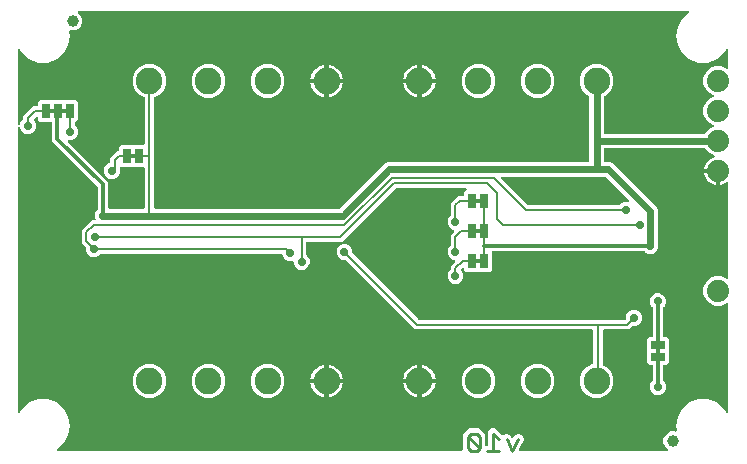
<source format=gbl>
G04 EAGLE Gerber RS-274X export*
G75*
%MOMM*%
%FSLAX34Y34*%
%LPD*%
%INBottom Copper*%
%IPPOS*%
%AMOC8*
5,1,8,0,0,1.08239X$1,22.5*%
G01*
%ADD10C,0.279400*%
%ADD11R,0.660400X1.270000*%
%ADD12C,1.000000*%
%ADD13C,2.250000*%
%ADD14R,1.270000X0.660400*%
%ADD15C,1.879600*%
%ADD16C,0.736600*%
%ADD17C,0.304800*%
%ADD18C,0.203200*%
%ADD19C,0.609600*%

G36*
X379718Y4073D02*
X379718Y4073D01*
X379776Y4071D01*
X379858Y4093D01*
X379941Y4105D01*
X379995Y4128D01*
X380051Y4143D01*
X380124Y4186D01*
X380201Y4221D01*
X380245Y4259D01*
X380296Y4288D01*
X380353Y4350D01*
X380418Y4404D01*
X380450Y4453D01*
X380490Y4496D01*
X380528Y4571D01*
X380575Y4641D01*
X380593Y4697D01*
X380619Y4749D01*
X380631Y4817D01*
X380661Y4912D01*
X380664Y5012D01*
X380675Y5080D01*
X380675Y18278D01*
X382848Y20450D01*
X382848Y20451D01*
X382878Y20480D01*
X384149Y21752D01*
X385779Y23382D01*
X394462Y23382D01*
X396036Y21807D01*
X397363Y20480D01*
X399566Y18278D01*
X399566Y9398D01*
X399574Y9340D01*
X399572Y9282D01*
X399594Y9200D01*
X399605Y9116D01*
X399629Y9063D01*
X399644Y9007D01*
X399687Y8934D01*
X399722Y8857D01*
X399759Y8812D01*
X399789Y8762D01*
X399851Y8704D01*
X399905Y8640D01*
X399954Y8608D01*
X399997Y8568D01*
X400072Y8529D01*
X400142Y8482D01*
X400198Y8465D01*
X400250Y8438D01*
X400318Y8427D01*
X400413Y8397D01*
X400513Y8394D01*
X400581Y8383D01*
X401031Y8383D01*
X401089Y8391D01*
X401147Y8389D01*
X401229Y8411D01*
X401312Y8423D01*
X401366Y8446D01*
X401422Y8461D01*
X401495Y8504D01*
X401572Y8539D01*
X401616Y8577D01*
X401667Y8606D01*
X401724Y8668D01*
X401789Y8722D01*
X401821Y8771D01*
X401861Y8814D01*
X401900Y8889D01*
X401946Y8959D01*
X401964Y9015D01*
X401991Y9067D01*
X402002Y9135D01*
X402032Y9230D01*
X402035Y9330D01*
X402046Y9398D01*
X402046Y20777D01*
X404650Y23382D01*
X408333Y23382D01*
X413976Y17739D01*
X414006Y17716D01*
X414031Y17688D01*
X414119Y17631D01*
X414203Y17568D01*
X414238Y17555D01*
X414270Y17534D01*
X414371Y17504D01*
X414469Y17467D01*
X414506Y17464D01*
X414543Y17453D01*
X414648Y17452D01*
X414752Y17443D01*
X414789Y17451D01*
X414827Y17450D01*
X414902Y17473D01*
X415031Y17499D01*
X415095Y17533D01*
X415148Y17549D01*
X417523Y18736D01*
X421017Y17571D01*
X421955Y15694D01*
X422012Y15612D01*
X422061Y15526D01*
X422092Y15496D01*
X422117Y15460D01*
X422194Y15397D01*
X422266Y15328D01*
X422303Y15307D01*
X422337Y15280D01*
X422429Y15241D01*
X422516Y15194D01*
X422559Y15185D01*
X422598Y15168D01*
X422697Y15156D01*
X422795Y15135D01*
X422837Y15138D01*
X422880Y15133D01*
X422979Y15149D01*
X423078Y15156D01*
X423119Y15171D01*
X423161Y15177D01*
X423251Y15220D01*
X423345Y15254D01*
X423379Y15280D01*
X423419Y15298D01*
X423493Y15364D01*
X423574Y15423D01*
X423596Y15454D01*
X423632Y15485D01*
X423730Y15637D01*
X423771Y15694D01*
X424710Y17571D01*
X428204Y18736D01*
X431498Y17089D01*
X432663Y13595D01*
X428632Y5534D01*
X428630Y5526D01*
X428625Y5519D01*
X428584Y5391D01*
X428542Y5264D01*
X428542Y5256D01*
X428539Y5248D01*
X428536Y5113D01*
X428530Y4980D01*
X428532Y4972D01*
X428532Y4964D01*
X428566Y4834D01*
X428597Y4704D01*
X428602Y4697D01*
X428604Y4689D01*
X428672Y4574D01*
X428738Y4457D01*
X428745Y4451D01*
X428749Y4444D01*
X428847Y4352D01*
X428943Y4259D01*
X428950Y4256D01*
X428956Y4250D01*
X429076Y4189D01*
X429193Y4126D01*
X429202Y4124D01*
X429209Y4120D01*
X429261Y4112D01*
X429472Y4067D01*
X429510Y4070D01*
X429540Y4065D01*
X553602Y4065D01*
X553631Y4069D01*
X553660Y4066D01*
X553771Y4089D01*
X553883Y4105D01*
X553910Y4117D01*
X553939Y4122D01*
X554039Y4175D01*
X554143Y4221D01*
X554165Y4240D01*
X554191Y4253D01*
X554273Y4331D01*
X554360Y4404D01*
X554376Y4429D01*
X554397Y4449D01*
X554454Y4547D01*
X554517Y4641D01*
X554526Y4669D01*
X554541Y4694D01*
X554569Y4804D01*
X554603Y4912D01*
X554604Y4942D01*
X554611Y4970D01*
X554607Y5083D01*
X554610Y5196D01*
X554603Y5225D01*
X554602Y5254D01*
X554567Y5362D01*
X554538Y5471D01*
X554523Y5497D01*
X554514Y5525D01*
X554469Y5588D01*
X554393Y5716D01*
X554348Y5759D01*
X554320Y5798D01*
X551977Y8141D01*
X550751Y11099D01*
X550751Y14301D01*
X551977Y17259D01*
X554241Y19523D01*
X557199Y20749D01*
X560401Y20749D01*
X560486Y20713D01*
X560545Y20698D01*
X560601Y20674D01*
X560682Y20663D01*
X560761Y20643D01*
X560822Y20644D01*
X560883Y20636D01*
X560964Y20648D01*
X561046Y20651D01*
X561104Y20669D01*
X561164Y20678D01*
X561239Y20712D01*
X561316Y20737D01*
X561367Y20771D01*
X561423Y20797D01*
X561485Y20850D01*
X561552Y20896D01*
X561592Y20942D01*
X561638Y20982D01*
X561683Y21051D01*
X561735Y21113D01*
X561760Y21169D01*
X561794Y21220D01*
X561818Y21298D01*
X561851Y21373D01*
X561859Y21434D01*
X561877Y21492D01*
X561877Y21559D01*
X561890Y21655D01*
X561875Y21757D01*
X561874Y21828D01*
X561245Y25400D01*
X562629Y33251D01*
X566615Y40155D01*
X572722Y45280D01*
X580214Y48007D01*
X588186Y48007D01*
X595678Y45280D01*
X601785Y40156D01*
X603641Y36941D01*
X603653Y36926D01*
X603661Y36908D01*
X603740Y36814D01*
X603816Y36717D01*
X603832Y36706D01*
X603845Y36691D01*
X603947Y36622D01*
X604046Y36551D01*
X604065Y36544D01*
X604081Y36533D01*
X604199Y36496D01*
X604314Y36454D01*
X604334Y36453D01*
X604352Y36447D01*
X604475Y36444D01*
X604598Y36436D01*
X604617Y36441D01*
X604636Y36440D01*
X604755Y36471D01*
X604875Y36498D01*
X604893Y36507D01*
X604911Y36512D01*
X605017Y36574D01*
X605125Y36633D01*
X605139Y36647D01*
X605156Y36657D01*
X605240Y36747D01*
X605327Y36833D01*
X605337Y36850D01*
X605350Y36864D01*
X605406Y36974D01*
X605466Y37081D01*
X605471Y37100D01*
X605480Y37118D01*
X605492Y37190D01*
X605531Y37358D01*
X605529Y37409D01*
X605535Y37449D01*
X605535Y128285D01*
X605519Y128399D01*
X605509Y128513D01*
X605499Y128539D01*
X605495Y128567D01*
X605448Y128672D01*
X605407Y128779D01*
X605391Y128801D01*
X605379Y128826D01*
X605305Y128914D01*
X605236Y129005D01*
X605213Y129022D01*
X605196Y129043D01*
X605100Y129107D01*
X605008Y129176D01*
X604982Y129185D01*
X604959Y129201D01*
X604849Y129235D01*
X604742Y129276D01*
X604714Y129278D01*
X604688Y129286D01*
X604573Y129289D01*
X604459Y129299D01*
X604434Y129293D01*
X604404Y129294D01*
X604147Y129227D01*
X604131Y129223D01*
X599376Y127253D01*
X594424Y127253D01*
X589849Y129148D01*
X586348Y132649D01*
X584453Y137224D01*
X584453Y142176D01*
X586348Y146751D01*
X589849Y150252D01*
X594424Y152147D01*
X599376Y152147D01*
X604131Y150177D01*
X604243Y150148D01*
X604352Y150114D01*
X604380Y150113D01*
X604407Y150106D01*
X604521Y150109D01*
X604636Y150106D01*
X604663Y150113D01*
X604691Y150114D01*
X604800Y150149D01*
X604911Y150178D01*
X604935Y150192D01*
X604962Y150201D01*
X605057Y150265D01*
X605156Y150323D01*
X605175Y150344D01*
X605198Y150359D01*
X605272Y150447D01*
X605350Y150531D01*
X605363Y150555D01*
X605381Y150577D01*
X605427Y150681D01*
X605480Y150784D01*
X605484Y150808D01*
X605496Y150836D01*
X605533Y151100D01*
X605535Y151115D01*
X605535Y230824D01*
X605522Y230915D01*
X605519Y231007D01*
X605503Y231056D01*
X605495Y231106D01*
X605458Y231190D01*
X605429Y231277D01*
X605400Y231319D01*
X605379Y231365D01*
X605320Y231435D01*
X605268Y231511D01*
X605228Y231543D01*
X605196Y231582D01*
X605119Y231633D01*
X605048Y231692D01*
X605001Y231712D01*
X604959Y231740D01*
X604871Y231768D01*
X604787Y231804D01*
X604736Y231810D01*
X604688Y231826D01*
X604596Y231828D01*
X604505Y231839D01*
X604454Y231832D01*
X604404Y231833D01*
X604315Y231810D01*
X604224Y231795D01*
X604184Y231775D01*
X604129Y231761D01*
X603992Y231680D01*
X603923Y231646D01*
X603157Y231089D01*
X601483Y230236D01*
X599696Y229655D01*
X598931Y229534D01*
X598931Y240284D01*
X598923Y240342D01*
X598925Y240400D01*
X598903Y240482D01*
X598891Y240565D01*
X598867Y240619D01*
X598853Y240675D01*
X598810Y240748D01*
X598775Y240825D01*
X598737Y240869D01*
X598707Y240920D01*
X598646Y240977D01*
X598591Y241042D01*
X598543Y241074D01*
X598500Y241114D01*
X598425Y241153D01*
X598355Y241199D01*
X598299Y241217D01*
X598247Y241244D01*
X598179Y241255D01*
X598084Y241285D01*
X597984Y241288D01*
X597916Y241299D01*
X596899Y241299D01*
X596899Y242316D01*
X596891Y242374D01*
X596892Y242432D01*
X596871Y242514D01*
X596859Y242597D01*
X596835Y242651D01*
X596821Y242707D01*
X596778Y242780D01*
X596743Y242857D01*
X596705Y242902D01*
X596675Y242952D01*
X596614Y243010D01*
X596559Y243074D01*
X596511Y243106D01*
X596468Y243146D01*
X596393Y243185D01*
X596323Y243231D01*
X596267Y243249D01*
X596215Y243276D01*
X596147Y243287D01*
X596052Y243317D01*
X595952Y243320D01*
X595884Y243331D01*
X585134Y243331D01*
X585255Y244096D01*
X585836Y245883D01*
X586689Y247557D01*
X587794Y249078D01*
X589122Y250406D01*
X590643Y251511D01*
X592317Y252364D01*
X593437Y252728D01*
X593499Y252758D01*
X593565Y252779D01*
X593626Y252820D01*
X593692Y252853D01*
X593743Y252899D01*
X593801Y252938D01*
X593848Y252994D01*
X593903Y253043D01*
X593939Y253102D01*
X593984Y253155D01*
X594014Y253222D01*
X594053Y253285D01*
X594071Y253352D01*
X594099Y253415D01*
X594109Y253488D01*
X594129Y253559D01*
X594129Y253628D01*
X594138Y253697D01*
X594128Y253769D01*
X594127Y253843D01*
X594107Y253910D01*
X594098Y253978D01*
X594067Y254045D01*
X594046Y254116D01*
X594009Y254174D01*
X593980Y254237D01*
X593933Y254293D01*
X593893Y254355D01*
X593841Y254401D01*
X593796Y254453D01*
X593743Y254486D01*
X593679Y254543D01*
X593575Y254592D01*
X593511Y254631D01*
X589849Y256148D01*
X586348Y259649D01*
X586213Y259977D01*
X586212Y259978D01*
X586211Y259979D01*
X586141Y260098D01*
X586068Y260221D01*
X586067Y260222D01*
X586066Y260224D01*
X585962Y260321D01*
X585861Y260417D01*
X585860Y260417D01*
X585859Y260418D01*
X585733Y260483D01*
X585609Y260547D01*
X585607Y260547D01*
X585606Y260548D01*
X585591Y260550D01*
X585330Y260602D01*
X585299Y260599D01*
X585275Y260603D01*
X501212Y260603D01*
X501154Y260595D01*
X501096Y260597D01*
X501014Y260575D01*
X500930Y260563D01*
X500877Y260540D01*
X500821Y260525D01*
X500748Y260482D01*
X500671Y260447D01*
X500626Y260409D01*
X500576Y260380D01*
X500518Y260318D01*
X500454Y260264D01*
X500422Y260215D01*
X500382Y260172D01*
X500343Y260097D01*
X500296Y260027D01*
X500279Y259971D01*
X500252Y259919D01*
X500241Y259851D01*
X500211Y259756D01*
X500208Y259656D01*
X500197Y259588D01*
X500197Y249682D01*
X500205Y249624D01*
X500203Y249566D01*
X500225Y249484D01*
X500237Y249400D01*
X500260Y249347D01*
X500275Y249291D01*
X500318Y249218D01*
X500353Y249141D01*
X500391Y249096D01*
X500420Y249046D01*
X500482Y248988D01*
X500536Y248924D01*
X500585Y248892D01*
X500628Y248852D01*
X500703Y248813D01*
X500773Y248766D01*
X500829Y248749D01*
X500881Y248722D01*
X500949Y248711D01*
X501044Y248681D01*
X501144Y248678D01*
X501212Y248667D01*
X505403Y248667D01*
X507644Y247739D01*
X544919Y210464D01*
X545847Y208223D01*
X545847Y180874D01*
X545851Y180843D01*
X545849Y180813D01*
X545866Y180736D01*
X545887Y180592D01*
X545913Y180534D01*
X545924Y180485D01*
X546482Y179139D01*
X546482Y176461D01*
X545457Y173987D01*
X543563Y172093D01*
X541089Y171068D01*
X538411Y171068D01*
X535937Y172093D01*
X535100Y172930D01*
X535030Y172982D01*
X534966Y173042D01*
X534917Y173068D01*
X534873Y173101D01*
X534791Y173132D01*
X534713Y173172D01*
X534666Y173180D01*
X534607Y173202D01*
X534459Y173214D01*
X534382Y173227D01*
X406273Y173227D01*
X406215Y173219D01*
X406157Y173221D01*
X406075Y173199D01*
X405991Y173187D01*
X405938Y173164D01*
X405882Y173149D01*
X405809Y173106D01*
X405732Y173071D01*
X405687Y173033D01*
X405637Y173004D01*
X405579Y172942D01*
X405515Y172888D01*
X405483Y172839D01*
X405443Y172796D01*
X405404Y172721D01*
X405357Y172651D01*
X405340Y172595D01*
X405313Y172543D01*
X405302Y172475D01*
X405272Y172380D01*
X405269Y172280D01*
X405258Y172212D01*
X405258Y157487D01*
X403472Y155701D01*
X394333Y155701D01*
X394331Y155703D01*
X394258Y155746D01*
X394191Y155796D01*
X394136Y155817D01*
X394086Y155847D01*
X394004Y155868D01*
X393925Y155898D01*
X393867Y155903D01*
X393810Y155917D01*
X393726Y155914D01*
X393642Y155921D01*
X393584Y155910D01*
X393526Y155908D01*
X393446Y155882D01*
X393363Y155865D01*
X393311Y155838D01*
X393255Y155820D01*
X393199Y155780D01*
X393111Y155734D01*
X393076Y155701D01*
X383928Y155701D01*
X382142Y157487D01*
X382142Y158043D01*
X382138Y158072D01*
X382141Y158101D01*
X382118Y158212D01*
X382102Y158324D01*
X382090Y158351D01*
X382085Y158380D01*
X382033Y158480D01*
X381986Y158584D01*
X381967Y158606D01*
X381954Y158632D01*
X381876Y158714D01*
X381803Y158801D01*
X381778Y158817D01*
X381758Y158838D01*
X381660Y158896D01*
X381566Y158958D01*
X381538Y158967D01*
X381513Y158982D01*
X381403Y159010D01*
X381295Y159044D01*
X381265Y159045D01*
X381237Y159052D01*
X381124Y159049D01*
X381011Y159051D01*
X380982Y159044D01*
X380953Y159043D01*
X380845Y159008D01*
X380736Y158980D01*
X380710Y158965D01*
X380682Y158956D01*
X380619Y158910D01*
X380491Y158834D01*
X380448Y158789D01*
X380409Y158761D01*
X379827Y158179D01*
X379792Y158132D01*
X379750Y158092D01*
X379707Y158019D01*
X379656Y157952D01*
X379635Y157897D01*
X379606Y157846D01*
X379585Y157765D01*
X379555Y157686D01*
X379550Y157628D01*
X379536Y157571D01*
X379538Y157487D01*
X379531Y157403D01*
X379543Y157345D01*
X379545Y157287D01*
X379571Y157207D01*
X379587Y157124D01*
X379614Y157072D01*
X379632Y157016D01*
X379672Y156960D01*
X379718Y156872D01*
X379787Y156799D01*
X379827Y156743D01*
X380357Y156213D01*
X381382Y153739D01*
X381382Y151061D01*
X380357Y148587D01*
X378463Y146693D01*
X375989Y145668D01*
X373311Y145668D01*
X370837Y146693D01*
X368943Y148587D01*
X367918Y151061D01*
X367918Y153739D01*
X368943Y156213D01*
X370288Y157558D01*
X370340Y157628D01*
X370400Y157692D01*
X370426Y157741D01*
X370459Y157785D01*
X370490Y157867D01*
X370530Y157945D01*
X370538Y157992D01*
X370560Y158051D01*
X370572Y158199D01*
X370585Y158276D01*
X370585Y160434D01*
X374407Y164255D01*
X374424Y164279D01*
X374447Y164298D01*
X374510Y164392D01*
X374578Y164482D01*
X374588Y164510D01*
X374604Y164534D01*
X374639Y164642D01*
X374679Y164748D01*
X374681Y164777D01*
X374690Y164805D01*
X374693Y164919D01*
X374702Y165031D01*
X374697Y165060D01*
X374697Y165089D01*
X374669Y165199D01*
X374647Y165310D01*
X374633Y165336D01*
X374626Y165364D01*
X374568Y165462D01*
X374516Y165562D01*
X374495Y165584D01*
X374480Y165609D01*
X374398Y165686D01*
X374320Y165768D01*
X374294Y165783D01*
X374273Y165803D01*
X374172Y165855D01*
X374074Y165912D01*
X374046Y165919D01*
X374020Y165933D01*
X373943Y165946D01*
X373799Y165982D01*
X373736Y165980D01*
X373689Y165988D01*
X373311Y165988D01*
X370837Y167013D01*
X368943Y168907D01*
X367918Y171381D01*
X367918Y174059D01*
X368943Y176533D01*
X370288Y177878D01*
X370340Y177948D01*
X370400Y178012D01*
X370426Y178061D01*
X370459Y178105D01*
X370490Y178187D01*
X370530Y178265D01*
X370538Y178312D01*
X370560Y178371D01*
X370572Y178519D01*
X370585Y178596D01*
X370585Y187104D01*
X373339Y189857D01*
X373408Y189949D01*
X373482Y190037D01*
X373493Y190062D01*
X373510Y190084D01*
X373551Y190192D01*
X373597Y190297D01*
X373601Y190324D01*
X373611Y190350D01*
X373620Y190464D01*
X373636Y190578D01*
X373632Y190606D01*
X373635Y190633D01*
X373612Y190746D01*
X373596Y190860D01*
X373584Y190885D01*
X373579Y190912D01*
X373526Y191014D01*
X373478Y191119D01*
X373460Y191140D01*
X373448Y191164D01*
X373369Y191248D01*
X373294Y191335D01*
X373273Y191348D01*
X373252Y191371D01*
X373023Y191505D01*
X373010Y191513D01*
X370837Y192413D01*
X368943Y194307D01*
X367918Y196781D01*
X367918Y199459D01*
X368943Y201933D01*
X370288Y203278D01*
X370340Y203348D01*
X370400Y203412D01*
X370426Y203461D01*
X370459Y203505D01*
X370490Y203587D01*
X370530Y203665D01*
X370538Y203712D01*
X370560Y203771D01*
X370571Y203899D01*
X370571Y203901D01*
X370571Y203909D01*
X370572Y203919D01*
X370585Y203996D01*
X370585Y213774D01*
X376776Y219965D01*
X381127Y219965D01*
X381185Y219973D01*
X381243Y219971D01*
X381325Y219993D01*
X381409Y220005D01*
X381462Y220028D01*
X381518Y220043D01*
X381591Y220086D01*
X381668Y220121D01*
X381713Y220159D01*
X381763Y220188D01*
X381821Y220250D01*
X381885Y220304D01*
X381917Y220353D01*
X381957Y220396D01*
X381996Y220471D01*
X382043Y220541D01*
X382060Y220597D01*
X382087Y220649D01*
X382098Y220717D01*
X382128Y220812D01*
X382131Y220912D01*
X382142Y220980D01*
X382142Y223513D01*
X383718Y225088D01*
X383735Y225112D01*
X383758Y225131D01*
X383820Y225225D01*
X383888Y225315D01*
X383899Y225343D01*
X383915Y225367D01*
X383949Y225475D01*
X383990Y225581D01*
X383992Y225610D01*
X384001Y225638D01*
X384004Y225752D01*
X384013Y225864D01*
X384008Y225893D01*
X384008Y225922D01*
X383980Y226032D01*
X383957Y226143D01*
X383944Y226169D01*
X383936Y226197D01*
X383879Y226295D01*
X383826Y226395D01*
X383806Y226417D01*
X383791Y226442D01*
X383709Y226519D01*
X383631Y226601D01*
X383605Y226616D01*
X383584Y226636D01*
X383483Y226688D01*
X383385Y226745D01*
X383357Y226752D01*
X383331Y226766D01*
X383253Y226779D01*
X383110Y226815D01*
X383047Y226813D01*
X383000Y226821D01*
X324662Y226821D01*
X324575Y226809D01*
X324488Y226806D01*
X324435Y226789D01*
X324380Y226781D01*
X324301Y226746D01*
X324217Y226719D01*
X324178Y226691D01*
X324121Y226665D01*
X324008Y226569D01*
X323944Y226524D01*
X278775Y181355D01*
X249402Y181355D01*
X249344Y181347D01*
X249286Y181349D01*
X249204Y181327D01*
X249120Y181315D01*
X249067Y181292D01*
X249010Y181277D01*
X248938Y181234D01*
X248861Y181199D01*
X248816Y181161D01*
X248766Y181132D01*
X248708Y181070D01*
X248644Y181016D01*
X248612Y180967D01*
X248572Y180924D01*
X248533Y180849D01*
X248486Y180779D01*
X248469Y180723D01*
X248442Y180671D01*
X248431Y180603D01*
X248401Y180508D01*
X248398Y180408D01*
X248387Y180340D01*
X248387Y170188D01*
X248399Y170101D01*
X248402Y170014D01*
X248419Y169961D01*
X248426Y169906D01*
X248462Y169827D01*
X248489Y169743D01*
X248517Y169704D01*
X248543Y169647D01*
X248639Y169534D01*
X248684Y169470D01*
X250029Y168125D01*
X251054Y165651D01*
X251054Y162973D01*
X250029Y160499D01*
X248135Y158605D01*
X245661Y157580D01*
X242983Y157580D01*
X240509Y158605D01*
X238615Y160499D01*
X237590Y162973D01*
X237590Y163738D01*
X237574Y163852D01*
X237564Y163966D01*
X237554Y163992D01*
X237550Y164019D01*
X237503Y164124D01*
X237462Y164231D01*
X237445Y164253D01*
X237434Y164279D01*
X237360Y164366D01*
X237290Y164458D01*
X237268Y164475D01*
X237250Y164496D01*
X237155Y164559D01*
X237063Y164628D01*
X237037Y164638D01*
X237014Y164653D01*
X236904Y164688D01*
X236797Y164729D01*
X236769Y164731D01*
X236743Y164739D01*
X236628Y164742D01*
X236513Y164751D01*
X236489Y164746D01*
X236459Y164746D01*
X236351Y164718D01*
X233611Y164718D01*
X231137Y165743D01*
X229243Y167637D01*
X228218Y170111D01*
X228218Y170180D01*
X228210Y170238D01*
X228212Y170296D01*
X228190Y170378D01*
X228178Y170462D01*
X228155Y170515D01*
X228140Y170571D01*
X228097Y170644D01*
X228062Y170721D01*
X228024Y170766D01*
X227995Y170816D01*
X227933Y170874D01*
X227879Y170938D01*
X227830Y170970D01*
X227787Y171010D01*
X227712Y171049D01*
X227642Y171096D01*
X227586Y171113D01*
X227534Y171140D01*
X227466Y171151D01*
X227371Y171181D01*
X227271Y171184D01*
X227203Y171195D01*
X74456Y171195D01*
X74369Y171183D01*
X74282Y171180D01*
X74229Y171163D01*
X74174Y171155D01*
X74095Y171120D01*
X74011Y171093D01*
X73972Y171065D01*
X73915Y171039D01*
X73802Y170943D01*
X73738Y170898D01*
X72393Y169553D01*
X69919Y168528D01*
X67241Y168528D01*
X64767Y169553D01*
X62873Y171447D01*
X61848Y173921D01*
X61848Y175823D01*
X61836Y175909D01*
X61833Y175997D01*
X61816Y176049D01*
X61808Y176104D01*
X61773Y176184D01*
X61746Y176267D01*
X61718Y176307D01*
X61692Y176364D01*
X61596Y176477D01*
X61551Y176541D01*
X58165Y179926D01*
X58165Y190914D01*
X66614Y199362D01*
X68984Y199362D01*
X69098Y199378D01*
X69212Y199388D01*
X69238Y199398D01*
X69265Y199402D01*
X69370Y199449D01*
X69477Y199490D01*
X69500Y199507D01*
X69525Y199518D01*
X69612Y199592D01*
X69704Y199662D01*
X69721Y199684D01*
X69742Y199702D01*
X69805Y199797D01*
X69874Y199889D01*
X69884Y199915D01*
X69899Y199938D01*
X69934Y200048D01*
X69975Y200155D01*
X69977Y200183D01*
X69985Y200209D01*
X69988Y200324D01*
X69997Y200439D01*
X69992Y200463D01*
X69993Y200494D01*
X69925Y200751D01*
X69922Y200766D01*
X69468Y201861D01*
X69468Y204539D01*
X70493Y207013D01*
X71330Y207850D01*
X71382Y207920D01*
X71442Y207984D01*
X71468Y208033D01*
X71501Y208077D01*
X71532Y208159D01*
X71572Y208237D01*
X71580Y208284D01*
X71602Y208343D01*
X71614Y208491D01*
X71627Y208568D01*
X71627Y227555D01*
X71615Y227642D01*
X71612Y227729D01*
X71595Y227782D01*
X71587Y227837D01*
X71552Y227917D01*
X71525Y228000D01*
X71497Y228039D01*
X71471Y228096D01*
X71375Y228210D01*
X71330Y228273D01*
X32892Y266711D01*
X32892Y281686D01*
X32884Y281744D01*
X32886Y281802D01*
X32864Y281884D01*
X32852Y281968D01*
X32829Y282021D01*
X32814Y282077D01*
X32771Y282150D01*
X32736Y282227D01*
X32698Y282272D01*
X32669Y282322D01*
X32607Y282380D01*
X32553Y282444D01*
X32504Y282476D01*
X32461Y282516D01*
X32386Y282555D01*
X32316Y282602D01*
X32260Y282619D01*
X32208Y282646D01*
X32140Y282657D01*
X32045Y282687D01*
X31945Y282690D01*
X31877Y282701D01*
X23121Y282701D01*
X21335Y284487D01*
X21335Y286186D01*
X21331Y286215D01*
X21334Y286244D01*
X21311Y286355D01*
X21295Y286467D01*
X21283Y286494D01*
X21278Y286523D01*
X21226Y286623D01*
X21179Y286727D01*
X21160Y286749D01*
X21147Y286775D01*
X21069Y286857D01*
X20996Y286944D01*
X20971Y286960D01*
X20951Y286981D01*
X20853Y287039D01*
X20759Y287101D01*
X20731Y287110D01*
X20706Y287125D01*
X20596Y287153D01*
X20488Y287187D01*
X20458Y287188D01*
X20430Y287195D01*
X20317Y287192D01*
X20204Y287194D01*
X20175Y287187D01*
X20146Y287186D01*
X20038Y287151D01*
X19929Y287123D01*
X19903Y287108D01*
X19875Y287099D01*
X19812Y287053D01*
X19684Y286977D01*
X19641Y286932D01*
X19602Y286904D01*
X17877Y285179D01*
X17842Y285132D01*
X17800Y285092D01*
X17757Y285019D01*
X17706Y284952D01*
X17685Y284897D01*
X17656Y284846D01*
X17635Y284765D01*
X17605Y284686D01*
X17600Y284628D01*
X17586Y284571D01*
X17588Y284487D01*
X17581Y284403D01*
X17593Y284345D01*
X17595Y284287D01*
X17621Y284207D01*
X17637Y284124D01*
X17664Y284072D01*
X17682Y284016D01*
X17722Y283960D01*
X17768Y283872D01*
X17837Y283799D01*
X17877Y283743D01*
X18407Y283213D01*
X19432Y280739D01*
X19432Y278061D01*
X18407Y275587D01*
X16513Y273693D01*
X14039Y272668D01*
X11361Y272668D01*
X8887Y273693D01*
X6993Y275587D01*
X6018Y277941D01*
X5974Y278015D01*
X5939Y278093D01*
X5902Y278137D01*
X5873Y278186D01*
X5811Y278245D01*
X5755Y278310D01*
X5708Y278342D01*
X5667Y278381D01*
X5590Y278420D01*
X5519Y278468D01*
X5465Y278485D01*
X5414Y278511D01*
X5330Y278528D01*
X5248Y278554D01*
X5191Y278555D01*
X5135Y278566D01*
X5050Y278559D01*
X4964Y278561D01*
X4909Y278547D01*
X4852Y278542D01*
X4772Y278511D01*
X4689Y278489D01*
X4640Y278460D01*
X4587Y278440D01*
X4518Y278388D01*
X4444Y278344D01*
X4405Y278303D01*
X4360Y278268D01*
X4308Y278199D01*
X4250Y278137D01*
X4224Y278086D01*
X4190Y278041D01*
X4159Y277960D01*
X4120Y277884D01*
X4112Y277835D01*
X4089Y277775D01*
X4078Y277630D01*
X4065Y277553D01*
X4065Y37449D01*
X4067Y37429D01*
X4065Y37410D01*
X4087Y37289D01*
X4105Y37167D01*
X4113Y37149D01*
X4116Y37130D01*
X4171Y37020D01*
X4221Y36908D01*
X4233Y36893D01*
X4242Y36875D01*
X4325Y36784D01*
X4404Y36691D01*
X4421Y36680D01*
X4434Y36665D01*
X4539Y36601D01*
X4641Y36533D01*
X4660Y36527D01*
X4676Y36517D01*
X4795Y36484D01*
X4912Y36447D01*
X4932Y36447D01*
X4951Y36442D01*
X5073Y36443D01*
X5196Y36440D01*
X5215Y36445D01*
X5235Y36445D01*
X5353Y36481D01*
X5471Y36512D01*
X5488Y36522D01*
X5507Y36528D01*
X5610Y36594D01*
X5716Y36657D01*
X5729Y36671D01*
X5746Y36682D01*
X5792Y36739D01*
X5910Y36864D01*
X5934Y36910D01*
X5959Y36941D01*
X7815Y40156D01*
X13922Y45280D01*
X21414Y48007D01*
X29386Y48007D01*
X36878Y45280D01*
X42985Y40156D01*
X46971Y33251D01*
X48355Y25400D01*
X46971Y17549D01*
X42985Y10645D01*
X37280Y5858D01*
X37231Y5803D01*
X37175Y5755D01*
X37136Y5698D01*
X37090Y5646D01*
X37058Y5580D01*
X37017Y5519D01*
X36996Y5453D01*
X36966Y5390D01*
X36954Y5318D01*
X36932Y5248D01*
X36930Y5179D01*
X36918Y5110D01*
X36926Y5037D01*
X36924Y4964D01*
X36942Y4897D01*
X36949Y4828D01*
X36977Y4760D01*
X36996Y4689D01*
X37031Y4629D01*
X37058Y4565D01*
X37104Y4507D01*
X37141Y4444D01*
X37192Y4397D01*
X37235Y4343D01*
X37295Y4300D01*
X37349Y4250D01*
X37410Y4218D01*
X37467Y4178D01*
X37536Y4154D01*
X37602Y4120D01*
X37660Y4110D01*
X37735Y4084D01*
X37857Y4077D01*
X37933Y4065D01*
X379660Y4065D01*
X379718Y4073D01*
G37*
G36*
X110548Y209305D02*
X110548Y209305D01*
X110606Y209303D01*
X110688Y209325D01*
X110772Y209337D01*
X110825Y209360D01*
X110881Y209375D01*
X110954Y209418D01*
X111031Y209453D01*
X111076Y209491D01*
X111126Y209520D01*
X111184Y209582D01*
X111248Y209636D01*
X111280Y209685D01*
X111320Y209728D01*
X111359Y209803D01*
X111406Y209873D01*
X111423Y209929D01*
X111450Y209981D01*
X111461Y210049D01*
X111491Y210144D01*
X111494Y210244D01*
X111505Y210312D01*
X111505Y243586D01*
X111497Y243644D01*
X111499Y243702D01*
X111477Y243784D01*
X111465Y243868D01*
X111442Y243921D01*
X111427Y243977D01*
X111384Y244050D01*
X111349Y244127D01*
X111311Y244172D01*
X111282Y244222D01*
X111220Y244280D01*
X111166Y244344D01*
X111117Y244376D01*
X111074Y244416D01*
X110999Y244455D01*
X110929Y244502D01*
X110873Y244519D01*
X110821Y244546D01*
X110753Y244557D01*
X110658Y244587D01*
X110558Y244590D01*
X110490Y244601D01*
X102233Y244601D01*
X102231Y244603D01*
X102158Y244646D01*
X102091Y244696D01*
X102036Y244717D01*
X101986Y244747D01*
X101904Y244768D01*
X101825Y244798D01*
X101767Y244803D01*
X101710Y244817D01*
X101626Y244814D01*
X101542Y244821D01*
X101484Y244810D01*
X101426Y244808D01*
X101346Y244782D01*
X101263Y244765D01*
X101211Y244738D01*
X101155Y244720D01*
X101099Y244680D01*
X101011Y244634D01*
X100976Y244601D01*
X91440Y244601D01*
X91382Y244593D01*
X91324Y244595D01*
X91242Y244573D01*
X91158Y244561D01*
X91105Y244538D01*
X91049Y244523D01*
X90976Y244480D01*
X90899Y244445D01*
X90854Y244407D01*
X90804Y244378D01*
X90746Y244316D01*
X90682Y244262D01*
X90650Y244213D01*
X90610Y244170D01*
X90571Y244095D01*
X90524Y244025D01*
X90507Y243969D01*
X90480Y243917D01*
X90469Y243849D01*
X90439Y243754D01*
X90436Y243654D01*
X90425Y243586D01*
X90425Y243148D01*
X90429Y243117D01*
X90427Y243086D01*
X90444Y243010D01*
X90465Y242866D01*
X90491Y242807D01*
X90502Y242759D01*
X90552Y242639D01*
X90552Y239961D01*
X89527Y237487D01*
X87633Y235593D01*
X85159Y234568D01*
X82481Y234568D01*
X80007Y235593D01*
X78113Y237487D01*
X77088Y239961D01*
X77088Y242639D01*
X78113Y245113D01*
X80007Y247007D01*
X81669Y247695D01*
X81670Y247696D01*
X81671Y247696D01*
X81792Y247768D01*
X81913Y247840D01*
X81914Y247841D01*
X81916Y247842D01*
X82013Y247946D01*
X82109Y248046D01*
X82109Y248048D01*
X82110Y248049D01*
X82175Y248175D01*
X82239Y248299D01*
X82239Y248301D01*
X82240Y248302D01*
X82242Y248317D01*
X82294Y248578D01*
X82291Y248609D01*
X82295Y248633D01*
X82295Y251874D01*
X88486Y258065D01*
X89027Y258065D01*
X89085Y258073D01*
X89143Y258071D01*
X89225Y258093D01*
X89309Y258105D01*
X89362Y258128D01*
X89418Y258143D01*
X89491Y258186D01*
X89568Y258221D01*
X89613Y258259D01*
X89663Y258288D01*
X89721Y258350D01*
X89785Y258404D01*
X89817Y258453D01*
X89857Y258496D01*
X89896Y258571D01*
X89943Y258641D01*
X89960Y258697D01*
X89987Y258749D01*
X89998Y258817D01*
X90028Y258912D01*
X90031Y259012D01*
X90042Y259080D01*
X90042Y261613D01*
X91828Y263399D01*
X100967Y263399D01*
X100969Y263397D01*
X101042Y263354D01*
X101109Y263304D01*
X101164Y263283D01*
X101214Y263253D01*
X101296Y263232D01*
X101375Y263202D01*
X101433Y263197D01*
X101490Y263183D01*
X101574Y263186D01*
X101658Y263179D01*
X101716Y263190D01*
X101774Y263192D01*
X101854Y263218D01*
X101937Y263235D01*
X101989Y263262D01*
X102045Y263280D01*
X102101Y263320D01*
X102189Y263366D01*
X102224Y263399D01*
X110490Y263399D01*
X110548Y263407D01*
X110606Y263405D01*
X110688Y263427D01*
X110772Y263439D01*
X110825Y263462D01*
X110881Y263477D01*
X110954Y263520D01*
X111031Y263555D01*
X111076Y263593D01*
X111126Y263622D01*
X111184Y263684D01*
X111248Y263738D01*
X111280Y263787D01*
X111320Y263830D01*
X111359Y263905D01*
X111406Y263975D01*
X111423Y264031D01*
X111450Y264083D01*
X111461Y264151D01*
X111491Y264246D01*
X111494Y264346D01*
X111505Y264414D01*
X111505Y302999D01*
X111505Y303001D01*
X111505Y303003D01*
X111485Y303141D01*
X111465Y303281D01*
X111465Y303282D01*
X111465Y303284D01*
X111409Y303407D01*
X111349Y303540D01*
X111348Y303542D01*
X111347Y303543D01*
X111256Y303650D01*
X111166Y303757D01*
X111164Y303758D01*
X111163Y303759D01*
X111150Y303768D01*
X110929Y303915D01*
X110900Y303924D01*
X110879Y303937D01*
X107400Y305378D01*
X103378Y309400D01*
X101201Y314656D01*
X101201Y320344D01*
X103378Y325600D01*
X107400Y329622D01*
X112656Y331799D01*
X118344Y331799D01*
X123600Y329622D01*
X127622Y325600D01*
X129799Y320344D01*
X129799Y314656D01*
X127622Y309400D01*
X123600Y305378D01*
X120261Y303995D01*
X120260Y303995D01*
X120259Y303994D01*
X120140Y303924D01*
X120017Y303851D01*
X120016Y303850D01*
X120014Y303849D01*
X119917Y303745D01*
X119821Y303644D01*
X119821Y303643D01*
X119820Y303642D01*
X119754Y303514D01*
X119691Y303391D01*
X119691Y303390D01*
X119690Y303389D01*
X119688Y303374D01*
X119636Y303113D01*
X119639Y303082D01*
X119635Y303057D01*
X119635Y210312D01*
X119643Y210254D01*
X119641Y210196D01*
X119663Y210114D01*
X119675Y210030D01*
X119698Y209977D01*
X119713Y209921D01*
X119756Y209848D01*
X119791Y209771D01*
X119829Y209726D01*
X119858Y209676D01*
X119920Y209618D01*
X119974Y209554D01*
X120023Y209522D01*
X120066Y209482D01*
X120141Y209443D01*
X120211Y209396D01*
X120267Y209379D01*
X120319Y209352D01*
X120387Y209341D01*
X120482Y209311D01*
X120582Y209308D01*
X120650Y209297D01*
X276454Y209297D01*
X276541Y209309D01*
X276628Y209312D01*
X276681Y209329D01*
X276736Y209337D01*
X276815Y209372D01*
X276899Y209399D01*
X276938Y209427D01*
X276995Y209453D01*
X277108Y209549D01*
X277172Y209594D01*
X315316Y247739D01*
X317557Y248667D01*
X486988Y248667D01*
X487046Y248675D01*
X487104Y248673D01*
X487186Y248695D01*
X487270Y248707D01*
X487323Y248730D01*
X487379Y248745D01*
X487452Y248788D01*
X487529Y248823D01*
X487574Y248861D01*
X487624Y248890D01*
X487682Y248952D01*
X487746Y249006D01*
X487778Y249055D01*
X487818Y249098D01*
X487857Y249173D01*
X487904Y249243D01*
X487921Y249299D01*
X487948Y249351D01*
X487959Y249419D01*
X487989Y249514D01*
X487992Y249614D01*
X488003Y249682D01*
X488003Y303870D01*
X488003Y303872D01*
X488003Y303873D01*
X487984Y304007D01*
X487963Y304152D01*
X487963Y304153D01*
X487963Y304155D01*
X487906Y304281D01*
X487847Y304411D01*
X487846Y304412D01*
X487845Y304414D01*
X487755Y304520D01*
X487664Y304628D01*
X487662Y304629D01*
X487661Y304630D01*
X487648Y304638D01*
X487427Y304786D01*
X487398Y304795D01*
X487377Y304808D01*
X486000Y305378D01*
X481978Y309400D01*
X479801Y314656D01*
X479801Y320344D01*
X481978Y325600D01*
X486000Y329622D01*
X491256Y331799D01*
X496944Y331799D01*
X502200Y329622D01*
X506222Y325600D01*
X508399Y320344D01*
X508399Y314656D01*
X506222Y309400D01*
X502200Y305378D01*
X500823Y304808D01*
X500822Y304807D01*
X500821Y304807D01*
X500702Y304737D01*
X500579Y304664D01*
X500578Y304662D01*
X500576Y304662D01*
X500479Y304558D01*
X500383Y304457D01*
X500383Y304456D01*
X500382Y304454D01*
X500317Y304329D01*
X500253Y304204D01*
X500253Y304203D01*
X500252Y304201D01*
X500250Y304186D01*
X500198Y303925D01*
X500201Y303895D01*
X500197Y303870D01*
X500197Y273812D01*
X500205Y273754D01*
X500203Y273696D01*
X500225Y273614D01*
X500237Y273530D01*
X500260Y273477D01*
X500275Y273421D01*
X500318Y273348D01*
X500353Y273271D01*
X500391Y273226D01*
X500420Y273176D01*
X500482Y273118D01*
X500536Y273054D01*
X500585Y273022D01*
X500628Y272982D01*
X500703Y272943D01*
X500773Y272896D01*
X500829Y272879D01*
X500881Y272852D01*
X500949Y272841D01*
X501044Y272811D01*
X501144Y272808D01*
X501212Y272797D01*
X585275Y272797D01*
X585276Y272797D01*
X585278Y272797D01*
X585418Y272817D01*
X585556Y272837D01*
X585558Y272837D01*
X585559Y272837D01*
X585685Y272894D01*
X585816Y272953D01*
X585817Y272954D01*
X585818Y272955D01*
X585925Y273046D01*
X586033Y273136D01*
X586034Y273138D01*
X586035Y273139D01*
X586043Y273152D01*
X586190Y273373D01*
X586199Y273402D01*
X586213Y273423D01*
X586348Y273751D01*
X589849Y277252D01*
X592771Y278462D01*
X592796Y278477D01*
X592824Y278486D01*
X592919Y278549D01*
X593016Y278607D01*
X593036Y278628D01*
X593061Y278644D01*
X593133Y278731D01*
X593211Y278813D01*
X593225Y278839D01*
X593243Y278862D01*
X593289Y278965D01*
X593341Y279066D01*
X593347Y279095D01*
X593359Y279122D01*
X593375Y279234D01*
X593396Y279345D01*
X593394Y279374D01*
X593398Y279403D01*
X593382Y279515D01*
X593372Y279628D01*
X593361Y279655D01*
X593357Y279684D01*
X593311Y279788D01*
X593270Y279893D01*
X593252Y279917D01*
X593240Y279944D01*
X593167Y280030D01*
X593098Y280120D01*
X593075Y280138D01*
X593056Y280160D01*
X592989Y280202D01*
X592871Y280290D01*
X592812Y280312D01*
X592771Y280338D01*
X589849Y281548D01*
X586348Y285049D01*
X584453Y289624D01*
X584453Y294576D01*
X586348Y299151D01*
X589849Y302652D01*
X592771Y303862D01*
X592796Y303877D01*
X592824Y303886D01*
X592919Y303949D01*
X593016Y304007D01*
X593036Y304028D01*
X593061Y304044D01*
X593133Y304131D01*
X593211Y304213D01*
X593225Y304239D01*
X593243Y304262D01*
X593289Y304365D01*
X593341Y304466D01*
X593347Y304495D01*
X593359Y304522D01*
X593375Y304634D01*
X593396Y304745D01*
X593394Y304774D01*
X593398Y304803D01*
X593382Y304915D01*
X593372Y305028D01*
X593361Y305055D01*
X593357Y305084D01*
X593311Y305188D01*
X593270Y305293D01*
X593252Y305317D01*
X593240Y305344D01*
X593167Y305430D01*
X593098Y305520D01*
X593075Y305538D01*
X593056Y305560D01*
X592989Y305602D01*
X592871Y305690D01*
X592812Y305712D01*
X592771Y305738D01*
X589849Y306948D01*
X586348Y310449D01*
X584453Y315024D01*
X584453Y319976D01*
X586348Y324551D01*
X589849Y328052D01*
X594424Y329947D01*
X599376Y329947D01*
X604131Y327977D01*
X604243Y327948D01*
X604352Y327914D01*
X604380Y327913D01*
X604407Y327906D01*
X604521Y327909D01*
X604636Y327906D01*
X604663Y327913D01*
X604691Y327914D01*
X604800Y327949D01*
X604911Y327978D01*
X604935Y327992D01*
X604962Y328001D01*
X605057Y328065D01*
X605156Y328123D01*
X605175Y328144D01*
X605198Y328159D01*
X605272Y328247D01*
X605350Y328331D01*
X605363Y328355D01*
X605381Y328377D01*
X605427Y328481D01*
X605480Y328584D01*
X605484Y328608D01*
X605496Y328636D01*
X605511Y328746D01*
X605521Y328777D01*
X605523Y328826D01*
X605533Y328900D01*
X605535Y328915D01*
X605535Y343551D01*
X605533Y343571D01*
X605535Y343590D01*
X605513Y343711D01*
X605495Y343833D01*
X605487Y343851D01*
X605484Y343870D01*
X605429Y343980D01*
X605379Y344092D01*
X605367Y344107D01*
X605358Y344125D01*
X605275Y344216D01*
X605196Y344309D01*
X605179Y344320D01*
X605166Y344335D01*
X605061Y344399D01*
X604959Y344467D01*
X604940Y344473D01*
X604924Y344483D01*
X604805Y344516D01*
X604688Y344553D01*
X604668Y344553D01*
X604649Y344558D01*
X604527Y344557D01*
X604404Y344560D01*
X604385Y344555D01*
X604365Y344555D01*
X604247Y344519D01*
X604129Y344488D01*
X604112Y344478D01*
X604093Y344472D01*
X603990Y344406D01*
X603884Y344343D01*
X603871Y344329D01*
X603854Y344318D01*
X603808Y344261D01*
X603690Y344136D01*
X603666Y344090D01*
X603641Y344059D01*
X601785Y340844D01*
X595678Y335720D01*
X588186Y332993D01*
X580214Y332993D01*
X572722Y335720D01*
X566615Y340844D01*
X562629Y347749D01*
X561245Y355600D01*
X562629Y363451D01*
X566615Y370355D01*
X572320Y375142D01*
X572369Y375197D01*
X572425Y375245D01*
X572464Y375302D01*
X572510Y375354D01*
X572542Y375420D01*
X572583Y375481D01*
X572604Y375547D01*
X572634Y375610D01*
X572646Y375682D01*
X572668Y375752D01*
X572670Y375821D01*
X572682Y375890D01*
X572674Y375963D01*
X572676Y376036D01*
X572658Y376103D01*
X572651Y376172D01*
X572623Y376240D01*
X572604Y376311D01*
X572569Y376371D01*
X572542Y376435D01*
X572496Y376493D01*
X572459Y376556D01*
X572408Y376603D01*
X572365Y376657D01*
X572305Y376700D01*
X572251Y376750D01*
X572190Y376782D01*
X572133Y376822D01*
X572064Y376846D01*
X571998Y376880D01*
X571940Y376890D01*
X571865Y376916D01*
X571743Y376923D01*
X571667Y376935D01*
X55998Y376935D01*
X55969Y376931D01*
X55940Y376934D01*
X55829Y376911D01*
X55717Y376895D01*
X55690Y376883D01*
X55661Y376878D01*
X55561Y376825D01*
X55457Y376779D01*
X55435Y376760D01*
X55409Y376747D01*
X55327Y376669D01*
X55240Y376596D01*
X55224Y376571D01*
X55203Y376551D01*
X55146Y376453D01*
X55083Y376359D01*
X55074Y376331D01*
X55059Y376306D01*
X55031Y376196D01*
X54997Y376088D01*
X54996Y376058D01*
X54989Y376030D01*
X54993Y375917D01*
X54990Y375804D01*
X54997Y375775D01*
X54998Y375746D01*
X55033Y375638D01*
X55062Y375529D01*
X55077Y375503D01*
X55086Y375475D01*
X55131Y375412D01*
X55207Y375284D01*
X55252Y375241D01*
X55280Y375202D01*
X57623Y372859D01*
X58849Y369901D01*
X58849Y366699D01*
X57623Y363741D01*
X55359Y361477D01*
X52401Y360251D01*
X49199Y360251D01*
X49114Y360286D01*
X49055Y360302D01*
X48999Y360326D01*
X48918Y360337D01*
X48839Y360357D01*
X48778Y360356D01*
X48717Y360364D01*
X48636Y360352D01*
X48555Y360349D01*
X48496Y360331D01*
X48436Y360322D01*
X48362Y360288D01*
X48284Y360263D01*
X48233Y360229D01*
X48177Y360203D01*
X48116Y360150D01*
X48048Y360104D01*
X48008Y360058D01*
X47962Y360018D01*
X47917Y359949D01*
X47865Y359887D01*
X47840Y359831D01*
X47806Y359780D01*
X47782Y359702D01*
X47749Y359627D01*
X47741Y359566D01*
X47723Y359508D01*
X47723Y359441D01*
X47710Y359345D01*
X47725Y359243D01*
X47726Y359172D01*
X48355Y355600D01*
X46971Y347749D01*
X42985Y340845D01*
X36878Y335720D01*
X29386Y332993D01*
X21414Y332993D01*
X13922Y335720D01*
X7815Y340844D01*
X5959Y344059D01*
X5947Y344074D01*
X5939Y344092D01*
X5860Y344186D01*
X5784Y344283D01*
X5768Y344294D01*
X5755Y344309D01*
X5653Y344378D01*
X5554Y344449D01*
X5535Y344456D01*
X5519Y344467D01*
X5401Y344504D01*
X5286Y344546D01*
X5266Y344547D01*
X5248Y344553D01*
X5125Y344556D01*
X5002Y344564D01*
X4983Y344559D01*
X4964Y344560D01*
X4845Y344529D01*
X4725Y344502D01*
X4707Y344493D01*
X4689Y344488D01*
X4583Y344426D01*
X4475Y344367D01*
X4461Y344353D01*
X4444Y344343D01*
X4360Y344253D01*
X4273Y344167D01*
X4263Y344150D01*
X4250Y344136D01*
X4194Y344026D01*
X4134Y343919D01*
X4129Y343900D01*
X4120Y343882D01*
X4108Y343810D01*
X4069Y343642D01*
X4071Y343591D01*
X4065Y343551D01*
X4065Y281247D01*
X4077Y281162D01*
X4079Y281076D01*
X4097Y281022D01*
X4105Y280966D01*
X4140Y280888D01*
X4166Y280806D01*
X4198Y280758D01*
X4221Y280707D01*
X4276Y280641D01*
X4324Y280570D01*
X4368Y280533D01*
X4404Y280490D01*
X4476Y280442D01*
X4542Y280387D01*
X4594Y280363D01*
X4641Y280332D01*
X4723Y280306D01*
X4802Y280271D01*
X4858Y280263D01*
X4912Y280246D01*
X4998Y280244D01*
X5083Y280232D01*
X5139Y280240D01*
X5196Y280239D01*
X5279Y280261D01*
X5364Y280273D01*
X5416Y280296D01*
X5471Y280311D01*
X5545Y280355D01*
X5624Y280390D01*
X5667Y280427D01*
X5716Y280456D01*
X5775Y280519D01*
X5840Y280574D01*
X5866Y280616D01*
X5910Y280663D01*
X5976Y280792D01*
X6018Y280859D01*
X6993Y283213D01*
X8338Y284558D01*
X8390Y284628D01*
X8450Y284692D01*
X8476Y284741D01*
X8509Y284785D01*
X8531Y284843D01*
X8536Y284850D01*
X8542Y284872D01*
X8580Y284945D01*
X8588Y284992D01*
X8610Y285051D01*
X8614Y285098D01*
X8621Y285121D01*
X8623Y285205D01*
X8635Y285276D01*
X8635Y287434D01*
X17366Y296165D01*
X20320Y296165D01*
X20378Y296173D01*
X20436Y296171D01*
X20518Y296193D01*
X20602Y296205D01*
X20655Y296228D01*
X20711Y296243D01*
X20784Y296286D01*
X20861Y296321D01*
X20906Y296359D01*
X20956Y296388D01*
X21014Y296450D01*
X21078Y296504D01*
X21110Y296553D01*
X21150Y296596D01*
X21189Y296671D01*
X21236Y296741D01*
X21253Y296797D01*
X21280Y296849D01*
X21291Y296917D01*
X21321Y297012D01*
X21324Y297112D01*
X21335Y297180D01*
X21335Y299713D01*
X23121Y301499D01*
X32260Y301499D01*
X32262Y301497D01*
X32335Y301454D01*
X32402Y301404D01*
X32457Y301383D01*
X32507Y301353D01*
X32589Y301332D01*
X32668Y301302D01*
X32726Y301297D01*
X32783Y301283D01*
X32867Y301286D01*
X32951Y301279D01*
X33009Y301290D01*
X33067Y301292D01*
X33147Y301318D01*
X33230Y301335D01*
X33282Y301362D01*
X33338Y301380D01*
X33394Y301420D01*
X33482Y301466D01*
X33517Y301499D01*
X42674Y301499D01*
X42676Y301497D01*
X42749Y301454D01*
X42816Y301404D01*
X42871Y301383D01*
X42921Y301353D01*
X43003Y301332D01*
X43082Y301302D01*
X43140Y301297D01*
X43197Y301283D01*
X43281Y301286D01*
X43365Y301279D01*
X43423Y301290D01*
X43481Y301292D01*
X43561Y301318D01*
X43644Y301335D01*
X43696Y301362D01*
X43752Y301380D01*
X43808Y301420D01*
X43896Y301466D01*
X43931Y301499D01*
X53079Y301499D01*
X54865Y299713D01*
X54865Y284487D01*
X52876Y282499D01*
X52824Y282429D01*
X52764Y282365D01*
X52738Y282315D01*
X52705Y282271D01*
X52674Y282190D01*
X52634Y282112D01*
X52626Y282064D01*
X52604Y282006D01*
X52592Y281858D01*
X52579Y281781D01*
X52579Y279942D01*
X52591Y279855D01*
X52594Y279768D01*
X52611Y279715D01*
X52619Y279660D01*
X52654Y279581D01*
X52681Y279497D01*
X52709Y279458D01*
X52735Y279401D01*
X52831Y279288D01*
X52876Y279224D01*
X53967Y278133D01*
X54992Y275659D01*
X54992Y272981D01*
X53967Y270507D01*
X52073Y268613D01*
X49599Y267588D01*
X47400Y267588D01*
X47370Y267584D01*
X47341Y267587D01*
X47230Y267564D01*
X47118Y267548D01*
X47091Y267536D01*
X47063Y267531D01*
X46962Y267479D01*
X46859Y267432D01*
X46836Y267413D01*
X46810Y267400D01*
X46728Y267322D01*
X46642Y267249D01*
X46625Y267224D01*
X46604Y267204D01*
X46547Y267106D01*
X46484Y267012D01*
X46475Y266984D01*
X46460Y266959D01*
X46433Y266849D01*
X46398Y266741D01*
X46398Y266711D01*
X46390Y266683D01*
X46394Y266570D01*
X46391Y266457D01*
X46398Y266428D01*
X46399Y266399D01*
X46434Y266291D01*
X46463Y266182D01*
X46478Y266156D01*
X46487Y266128D01*
X46532Y266065D01*
X46608Y265937D01*
X46654Y265894D01*
X46682Y265855D01*
X80773Y231764D01*
X80773Y210312D01*
X80781Y210254D01*
X80779Y210196D01*
X80801Y210114D01*
X80813Y210030D01*
X80836Y209977D01*
X80851Y209921D01*
X80894Y209848D01*
X80929Y209771D01*
X80967Y209726D01*
X80996Y209676D01*
X81058Y209618D01*
X81112Y209554D01*
X81161Y209522D01*
X81204Y209482D01*
X81279Y209443D01*
X81349Y209396D01*
X81405Y209379D01*
X81457Y209352D01*
X81525Y209341D01*
X81620Y209311D01*
X81720Y209308D01*
X81788Y209297D01*
X110490Y209297D01*
X110548Y209305D01*
G37*
%LPC*%
G36*
X491256Y49201D02*
X491256Y49201D01*
X486000Y51378D01*
X481978Y55400D01*
X479801Y60656D01*
X479801Y66344D01*
X481978Y71600D01*
X486000Y75622D01*
X490609Y77531D01*
X490610Y77531D01*
X490611Y77532D01*
X490729Y77602D01*
X490853Y77675D01*
X490854Y77676D01*
X490856Y77677D01*
X490953Y77781D01*
X491049Y77882D01*
X491049Y77883D01*
X491050Y77884D01*
X491115Y78010D01*
X491179Y78135D01*
X491179Y78136D01*
X491180Y78138D01*
X491182Y78152D01*
X491234Y78413D01*
X491231Y78444D01*
X491235Y78469D01*
X491235Y106045D01*
X491227Y106103D01*
X491229Y106161D01*
X491207Y106243D01*
X491195Y106327D01*
X491172Y106380D01*
X491157Y106436D01*
X491114Y106509D01*
X491079Y106586D01*
X491041Y106631D01*
X491012Y106681D01*
X490950Y106739D01*
X490896Y106803D01*
X490847Y106835D01*
X490804Y106875D01*
X490729Y106914D01*
X490659Y106961D01*
X490603Y106978D01*
X490551Y107005D01*
X490483Y107016D01*
X490388Y107046D01*
X490288Y107049D01*
X490220Y107060D01*
X340581Y107060D01*
X281951Y165691D01*
X281881Y165743D01*
X281817Y165803D01*
X281768Y165829D01*
X281723Y165862D01*
X281642Y165893D01*
X281564Y165933D01*
X281516Y165941D01*
X281458Y165963D01*
X281310Y165975D01*
X281233Y165988D01*
X279331Y165988D01*
X276857Y167013D01*
X274963Y168907D01*
X273938Y171381D01*
X273938Y174059D01*
X274963Y176533D01*
X276857Y178427D01*
X279211Y179402D01*
X279285Y179446D01*
X279305Y179455D01*
X279323Y179452D01*
X282009Y179452D01*
X284483Y178427D01*
X286377Y176533D01*
X287402Y174059D01*
X287402Y172157D01*
X287414Y172071D01*
X287417Y171983D01*
X287434Y171931D01*
X287442Y171876D01*
X287477Y171796D01*
X287504Y171713D01*
X287532Y171673D01*
X287558Y171616D01*
X287654Y171503D01*
X287699Y171439D01*
X343651Y115487D01*
X343721Y115435D01*
X343785Y115375D01*
X343834Y115349D01*
X343879Y115316D01*
X343960Y115285D01*
X344038Y115245D01*
X344086Y115237D01*
X344144Y115215D01*
X344292Y115203D01*
X344369Y115190D01*
X517961Y115190D01*
X518047Y115202D01*
X518135Y115205D01*
X518187Y115222D01*
X518242Y115230D01*
X518322Y115265D01*
X518405Y115292D01*
X518445Y115320D01*
X518502Y115346D01*
X518615Y115442D01*
X518679Y115487D01*
X518751Y115559D01*
X518803Y115629D01*
X518863Y115693D01*
X518889Y115742D01*
X518922Y115787D01*
X518953Y115868D01*
X518993Y115946D01*
X519001Y115994D01*
X519023Y116052D01*
X519035Y116200D01*
X519048Y116277D01*
X519048Y118179D01*
X520073Y120653D01*
X521967Y122547D01*
X524441Y123572D01*
X527119Y123572D01*
X529593Y122547D01*
X531487Y120653D01*
X532512Y118179D01*
X532512Y115501D01*
X531487Y113027D01*
X529593Y111133D01*
X527119Y110108D01*
X525217Y110108D01*
X525131Y110096D01*
X525043Y110093D01*
X524991Y110076D01*
X524936Y110068D01*
X524856Y110033D01*
X524773Y110006D01*
X524733Y109978D01*
X524676Y109952D01*
X524563Y109856D01*
X524499Y109811D01*
X521749Y107060D01*
X500380Y107060D01*
X500322Y107052D01*
X500264Y107054D01*
X500182Y107032D01*
X500098Y107020D01*
X500045Y106997D01*
X499989Y106982D01*
X499916Y106939D01*
X499839Y106904D01*
X499794Y106866D01*
X499744Y106837D01*
X499686Y106775D01*
X499622Y106721D01*
X499590Y106672D01*
X499550Y106629D01*
X499511Y106554D01*
X499464Y106484D01*
X499447Y106428D01*
X499420Y106376D01*
X499409Y106308D01*
X499379Y106213D01*
X499376Y106113D01*
X499365Y106045D01*
X499365Y77474D01*
X499365Y77473D01*
X499365Y77471D01*
X499385Y77331D01*
X499405Y77193D01*
X499405Y77192D01*
X499405Y77190D01*
X499462Y77064D01*
X499521Y76934D01*
X499522Y76932D01*
X499523Y76931D01*
X499614Y76823D01*
X499704Y76717D01*
X499706Y76716D01*
X499707Y76714D01*
X499720Y76706D01*
X499941Y76559D01*
X499970Y76550D01*
X499991Y76537D01*
X502200Y75622D01*
X506222Y71600D01*
X508399Y66344D01*
X508399Y60656D01*
X506222Y55400D01*
X502200Y51378D01*
X496944Y49201D01*
X491256Y49201D01*
G37*
%LPD*%
G36*
X513161Y212357D02*
X513161Y212357D01*
X513248Y212360D01*
X513301Y212377D01*
X513356Y212385D01*
X513435Y212420D01*
X513519Y212447D01*
X513558Y212475D01*
X513615Y212501D01*
X513728Y212597D01*
X513792Y212642D01*
X515137Y213987D01*
X517611Y215012D01*
X520289Y215012D01*
X520417Y214959D01*
X520500Y214937D01*
X520580Y214907D01*
X520637Y214902D01*
X520692Y214888D01*
X520778Y214890D01*
X520864Y214883D01*
X520919Y214894D01*
X520976Y214896D01*
X521058Y214922D01*
X521142Y214939D01*
X521193Y214965D01*
X521247Y214983D01*
X521318Y215030D01*
X521395Y215070D01*
X521436Y215109D01*
X521483Y215141D01*
X521539Y215207D01*
X521601Y215266D01*
X521630Y215315D01*
X521666Y215358D01*
X521701Y215437D01*
X521745Y215511D01*
X521759Y215566D01*
X521782Y215618D01*
X521794Y215703D01*
X521815Y215787D01*
X521813Y215843D01*
X521821Y215900D01*
X521808Y215985D01*
X521806Y216071D01*
X521788Y216125D01*
X521780Y216181D01*
X521745Y216260D01*
X521718Y216341D01*
X521689Y216382D01*
X521663Y216440D01*
X521569Y216551D01*
X521523Y216615D01*
X501962Y236176D01*
X501892Y236228D01*
X501828Y236288D01*
X501779Y236314D01*
X501735Y236347D01*
X501653Y236378D01*
X501575Y236418D01*
X501528Y236426D01*
X501469Y236448D01*
X501321Y236460D01*
X501244Y236473D01*
X414346Y236473D01*
X414317Y236469D01*
X414288Y236472D01*
X414177Y236449D01*
X414065Y236433D01*
X414038Y236421D01*
X414009Y236416D01*
X413909Y236364D01*
X413805Y236317D01*
X413783Y236298D01*
X413757Y236285D01*
X413675Y236207D01*
X413588Y236134D01*
X413572Y236109D01*
X413551Y236089D01*
X413493Y235991D01*
X413431Y235897D01*
X413422Y235869D01*
X413407Y235844D01*
X413379Y235734D01*
X413345Y235626D01*
X413344Y235596D01*
X413337Y235568D01*
X413340Y235455D01*
X413338Y235342D01*
X413345Y235313D01*
X413346Y235284D01*
X413381Y235176D01*
X413409Y235067D01*
X413424Y235041D01*
X413433Y235013D01*
X413479Y234950D01*
X413555Y234822D01*
X413600Y234779D01*
X413628Y234740D01*
X435726Y212642D01*
X435796Y212590D01*
X435860Y212530D01*
X435909Y212504D01*
X435954Y212471D01*
X436035Y212440D01*
X436113Y212400D01*
X436161Y212392D01*
X436219Y212370D01*
X436367Y212358D01*
X436444Y212345D01*
X513074Y212345D01*
X513161Y212357D01*
G37*
%LPC*%
G36*
X544761Y51688D02*
X544761Y51688D01*
X542287Y52713D01*
X540393Y54607D01*
X539368Y57081D01*
X539368Y59759D01*
X540393Y62233D01*
X541230Y63070D01*
X541282Y63140D01*
X541342Y63204D01*
X541368Y63253D01*
X541401Y63297D01*
X541432Y63379D01*
X541472Y63457D01*
X541480Y63504D01*
X541502Y63563D01*
X541514Y63711D01*
X541527Y63788D01*
X541527Y76327D01*
X541519Y76385D01*
X541521Y76443D01*
X541499Y76525D01*
X541487Y76609D01*
X541464Y76662D01*
X541449Y76718D01*
X541406Y76791D01*
X541371Y76868D01*
X541333Y76913D01*
X541304Y76963D01*
X541242Y77021D01*
X541188Y77085D01*
X541139Y77117D01*
X541096Y77157D01*
X541021Y77196D01*
X540951Y77243D01*
X540895Y77260D01*
X540843Y77287D01*
X540775Y77298D01*
X540680Y77328D01*
X540580Y77331D01*
X540512Y77342D01*
X538487Y77342D01*
X536701Y79128D01*
X536701Y88267D01*
X536703Y88269D01*
X536746Y88342D01*
X536796Y88409D01*
X536817Y88464D01*
X536847Y88514D01*
X536868Y88596D01*
X536898Y88675D01*
X536903Y88733D01*
X536917Y88790D01*
X536914Y88874D01*
X536921Y88958D01*
X536910Y89016D01*
X536908Y89074D01*
X536882Y89154D01*
X536865Y89237D01*
X536838Y89289D01*
X536820Y89345D01*
X536780Y89401D01*
X536734Y89489D01*
X536701Y89524D01*
X536701Y98672D01*
X538487Y100458D01*
X540512Y100458D01*
X540570Y100466D01*
X540628Y100464D01*
X540710Y100486D01*
X540794Y100498D01*
X540847Y100521D01*
X540903Y100536D01*
X540976Y100579D01*
X541053Y100614D01*
X541098Y100652D01*
X541148Y100681D01*
X541206Y100743D01*
X541270Y100797D01*
X541302Y100846D01*
X541342Y100889D01*
X541381Y100964D01*
X541428Y101034D01*
X541445Y101090D01*
X541472Y101142D01*
X541483Y101210D01*
X541513Y101305D01*
X541516Y101405D01*
X541527Y101473D01*
X541527Y125442D01*
X541515Y125529D01*
X541512Y125616D01*
X541495Y125669D01*
X541487Y125724D01*
X541452Y125803D01*
X541425Y125887D01*
X541397Y125926D01*
X541371Y125983D01*
X541275Y126096D01*
X541230Y126160D01*
X540393Y126997D01*
X539368Y129471D01*
X539368Y132149D01*
X540393Y134623D01*
X542287Y136517D01*
X544761Y137542D01*
X547439Y137542D01*
X549913Y136517D01*
X551807Y134623D01*
X552832Y132149D01*
X552832Y129471D01*
X551807Y126997D01*
X550970Y126160D01*
X550918Y126090D01*
X550858Y126026D01*
X550832Y125977D01*
X550799Y125933D01*
X550768Y125851D01*
X550728Y125773D01*
X550720Y125726D01*
X550698Y125667D01*
X550686Y125519D01*
X550673Y125442D01*
X550673Y101473D01*
X550680Y101424D01*
X550679Y101412D01*
X550681Y101407D01*
X550679Y101357D01*
X550701Y101275D01*
X550713Y101191D01*
X550736Y101138D01*
X550751Y101082D01*
X550794Y101009D01*
X550829Y100932D01*
X550867Y100887D01*
X550896Y100837D01*
X550958Y100779D01*
X551012Y100715D01*
X551061Y100683D01*
X551104Y100643D01*
X551179Y100604D01*
X551249Y100557D01*
X551305Y100540D01*
X551357Y100513D01*
X551425Y100502D01*
X551520Y100472D01*
X551620Y100469D01*
X551688Y100458D01*
X553713Y100458D01*
X555499Y98672D01*
X555499Y89533D01*
X555497Y89531D01*
X555454Y89458D01*
X555404Y89391D01*
X555383Y89336D01*
X555353Y89286D01*
X555332Y89204D01*
X555302Y89125D01*
X555297Y89067D01*
X555283Y89010D01*
X555286Y88926D01*
X555279Y88842D01*
X555290Y88784D01*
X555292Y88726D01*
X555318Y88646D01*
X555335Y88563D01*
X555362Y88511D01*
X555380Y88455D01*
X555420Y88399D01*
X555466Y88311D01*
X555499Y88276D01*
X555499Y79128D01*
X553713Y77342D01*
X551688Y77342D01*
X551630Y77334D01*
X551572Y77336D01*
X551490Y77314D01*
X551406Y77302D01*
X551353Y77279D01*
X551297Y77264D01*
X551224Y77221D01*
X551147Y77186D01*
X551102Y77148D01*
X551052Y77119D01*
X550994Y77057D01*
X550930Y77003D01*
X550898Y76954D01*
X550858Y76911D01*
X550819Y76836D01*
X550772Y76766D01*
X550755Y76710D01*
X550728Y76658D01*
X550717Y76590D01*
X550687Y76495D01*
X550684Y76395D01*
X550673Y76327D01*
X550673Y63788D01*
X550685Y63701D01*
X550688Y63614D01*
X550705Y63561D01*
X550713Y63506D01*
X550748Y63427D01*
X550775Y63343D01*
X550803Y63304D01*
X550829Y63247D01*
X550925Y63134D01*
X550970Y63070D01*
X551807Y62233D01*
X552832Y59759D01*
X552832Y57081D01*
X551807Y54607D01*
X549913Y52713D01*
X547439Y51688D01*
X544761Y51688D01*
G37*
%LPD*%
%LPC*%
G36*
X391256Y303201D02*
X391256Y303201D01*
X386000Y305378D01*
X381978Y309400D01*
X379801Y314656D01*
X379801Y320344D01*
X381978Y325600D01*
X386000Y329622D01*
X391256Y331799D01*
X396944Y331799D01*
X402200Y329622D01*
X406222Y325600D01*
X408399Y320344D01*
X408399Y314656D01*
X406222Y309400D01*
X402200Y305378D01*
X396944Y303201D01*
X391256Y303201D01*
G37*
%LPD*%
%LPC*%
G36*
X441256Y303201D02*
X441256Y303201D01*
X436000Y305378D01*
X431978Y309400D01*
X429801Y314656D01*
X429801Y320344D01*
X431978Y325600D01*
X436000Y329622D01*
X441256Y331799D01*
X446944Y331799D01*
X452200Y329622D01*
X456222Y325600D01*
X458399Y320344D01*
X458399Y314656D01*
X456222Y309400D01*
X452200Y305378D01*
X446944Y303201D01*
X441256Y303201D01*
G37*
%LPD*%
%LPC*%
G36*
X162656Y303201D02*
X162656Y303201D01*
X157400Y305378D01*
X153378Y309400D01*
X151201Y314656D01*
X151201Y320344D01*
X153378Y325600D01*
X157400Y329622D01*
X162656Y331799D01*
X168344Y331799D01*
X173600Y329622D01*
X177622Y325600D01*
X179799Y320344D01*
X179799Y314656D01*
X177622Y309400D01*
X173600Y305378D01*
X168344Y303201D01*
X162656Y303201D01*
G37*
%LPD*%
%LPC*%
G36*
X212656Y303201D02*
X212656Y303201D01*
X207400Y305378D01*
X203378Y309400D01*
X201201Y314656D01*
X201201Y320344D01*
X203378Y325600D01*
X207400Y329622D01*
X212656Y331799D01*
X218344Y331799D01*
X223600Y329622D01*
X227622Y325600D01*
X229799Y320344D01*
X229799Y314656D01*
X227622Y309400D01*
X223600Y305378D01*
X218344Y303201D01*
X212656Y303201D01*
G37*
%LPD*%
%LPC*%
G36*
X112656Y49201D02*
X112656Y49201D01*
X107400Y51378D01*
X103378Y55400D01*
X101201Y60656D01*
X101201Y66344D01*
X103378Y71600D01*
X107400Y75622D01*
X112656Y77799D01*
X118344Y77799D01*
X123600Y75622D01*
X127622Y71600D01*
X129799Y66344D01*
X129799Y60656D01*
X127622Y55400D01*
X123600Y51378D01*
X118344Y49201D01*
X112656Y49201D01*
G37*
%LPD*%
%LPC*%
G36*
X162656Y49201D02*
X162656Y49201D01*
X157400Y51378D01*
X153378Y55400D01*
X151201Y60656D01*
X151201Y66344D01*
X153378Y71600D01*
X157400Y75622D01*
X162656Y77799D01*
X168344Y77799D01*
X173600Y75622D01*
X177622Y71600D01*
X179799Y66344D01*
X179799Y60656D01*
X177622Y55400D01*
X173600Y51378D01*
X168344Y49201D01*
X162656Y49201D01*
G37*
%LPD*%
%LPC*%
G36*
X212656Y49201D02*
X212656Y49201D01*
X207400Y51378D01*
X203378Y55400D01*
X201201Y60656D01*
X201201Y66344D01*
X203378Y71600D01*
X207400Y75622D01*
X212656Y77799D01*
X218344Y77799D01*
X223600Y75622D01*
X227622Y71600D01*
X229799Y66344D01*
X229799Y60656D01*
X227622Y55400D01*
X223600Y51378D01*
X218344Y49201D01*
X212656Y49201D01*
G37*
%LPD*%
%LPC*%
G36*
X391256Y49201D02*
X391256Y49201D01*
X386000Y51378D01*
X381978Y55400D01*
X379801Y60656D01*
X379801Y66344D01*
X381978Y71600D01*
X386000Y75622D01*
X391256Y77799D01*
X396944Y77799D01*
X402200Y75622D01*
X406222Y71600D01*
X408399Y66344D01*
X408399Y60656D01*
X406222Y55400D01*
X402200Y51378D01*
X396944Y49201D01*
X391256Y49201D01*
G37*
%LPD*%
%LPC*%
G36*
X441256Y49201D02*
X441256Y49201D01*
X436000Y51378D01*
X431978Y55400D01*
X429801Y60656D01*
X429801Y66344D01*
X431978Y71600D01*
X436000Y75622D01*
X441256Y77799D01*
X446944Y77799D01*
X452200Y75622D01*
X456222Y71600D01*
X458399Y66344D01*
X458399Y60656D01*
X456222Y55400D01*
X452200Y51378D01*
X446944Y49201D01*
X441256Y49201D01*
G37*
%LPD*%
%LPC*%
G36*
X346131Y319531D02*
X346131Y319531D01*
X346131Y331141D01*
X347329Y330951D01*
X349394Y330280D01*
X351328Y329295D01*
X353084Y328019D01*
X354619Y326484D01*
X355895Y324728D01*
X356880Y322794D01*
X357551Y320729D01*
X357741Y319531D01*
X346131Y319531D01*
G37*
%LPD*%
%LPC*%
G36*
X267531Y319531D02*
X267531Y319531D01*
X267531Y331141D01*
X268729Y330951D01*
X270794Y330280D01*
X272728Y329295D01*
X274484Y328019D01*
X276019Y326484D01*
X277295Y324728D01*
X278280Y322794D01*
X278951Y320729D01*
X279141Y319531D01*
X267531Y319531D01*
G37*
%LPD*%
%LPC*%
G36*
X267531Y65531D02*
X267531Y65531D01*
X267531Y77141D01*
X268729Y76951D01*
X270794Y76280D01*
X272728Y75295D01*
X274484Y74019D01*
X276019Y72484D01*
X277295Y70728D01*
X278280Y68794D01*
X278951Y66729D01*
X279141Y65531D01*
X267531Y65531D01*
G37*
%LPD*%
%LPC*%
G36*
X346131Y65531D02*
X346131Y65531D01*
X346131Y77141D01*
X347329Y76951D01*
X349394Y76280D01*
X351328Y75295D01*
X353084Y74019D01*
X354619Y72484D01*
X355895Y70728D01*
X356880Y68794D01*
X357551Y66729D01*
X357741Y65531D01*
X346131Y65531D01*
G37*
%LPD*%
%LPC*%
G36*
X346131Y315469D02*
X346131Y315469D01*
X357741Y315469D01*
X357551Y314271D01*
X356880Y312206D01*
X355895Y310272D01*
X354619Y308516D01*
X353084Y306981D01*
X351328Y305705D01*
X349394Y304720D01*
X347329Y304049D01*
X346131Y303859D01*
X346131Y315469D01*
G37*
%LPD*%
%LPC*%
G36*
X267531Y315469D02*
X267531Y315469D01*
X279141Y315469D01*
X278951Y314271D01*
X278280Y312206D01*
X277295Y310272D01*
X276019Y308516D01*
X274484Y306981D01*
X272728Y305705D01*
X270794Y304720D01*
X268729Y304049D01*
X267531Y303859D01*
X267531Y315469D01*
G37*
%LPD*%
%LPC*%
G36*
X346131Y61469D02*
X346131Y61469D01*
X357741Y61469D01*
X357551Y60271D01*
X356880Y58206D01*
X355895Y56272D01*
X354619Y54516D01*
X353084Y52981D01*
X351328Y51705D01*
X349394Y50720D01*
X347329Y50049D01*
X346131Y49859D01*
X346131Y61469D01*
G37*
%LPD*%
%LPC*%
G36*
X330459Y319531D02*
X330459Y319531D01*
X330649Y320729D01*
X331320Y322794D01*
X332305Y324728D01*
X333581Y326484D01*
X335116Y328019D01*
X336872Y329295D01*
X338806Y330280D01*
X340871Y330951D01*
X342069Y331141D01*
X342069Y319531D01*
X330459Y319531D01*
G37*
%LPD*%
%LPC*%
G36*
X251859Y319531D02*
X251859Y319531D01*
X252049Y320729D01*
X252720Y322794D01*
X253705Y324728D01*
X254981Y326484D01*
X256516Y328019D01*
X258272Y329295D01*
X260206Y330280D01*
X262271Y330951D01*
X263469Y331141D01*
X263469Y319531D01*
X251859Y319531D01*
G37*
%LPD*%
%LPC*%
G36*
X251859Y65531D02*
X251859Y65531D01*
X252049Y66729D01*
X252720Y68794D01*
X253705Y70728D01*
X254981Y72484D01*
X256516Y74019D01*
X258272Y75295D01*
X260206Y76280D01*
X262271Y76951D01*
X263469Y77141D01*
X263469Y65531D01*
X251859Y65531D01*
G37*
%LPD*%
%LPC*%
G36*
X330459Y65531D02*
X330459Y65531D01*
X330649Y66729D01*
X331320Y68794D01*
X332305Y70728D01*
X333581Y72484D01*
X335116Y74019D01*
X336872Y75295D01*
X338806Y76280D01*
X340871Y76951D01*
X342069Y77141D01*
X342069Y65531D01*
X330459Y65531D01*
G37*
%LPD*%
%LPC*%
G36*
X267531Y61469D02*
X267531Y61469D01*
X279141Y61469D01*
X278951Y60271D01*
X278280Y58206D01*
X277295Y56272D01*
X276019Y54516D01*
X274484Y52981D01*
X272728Y51705D01*
X270794Y50720D01*
X268729Y50049D01*
X267531Y49859D01*
X267531Y61469D01*
G37*
%LPD*%
%LPC*%
G36*
X262271Y304049D02*
X262271Y304049D01*
X260206Y304720D01*
X258272Y305705D01*
X256516Y306981D01*
X254981Y308516D01*
X253705Y310272D01*
X252720Y312206D01*
X252049Y314271D01*
X251859Y315469D01*
X263469Y315469D01*
X263469Y303859D01*
X262271Y304049D01*
G37*
%LPD*%
%LPC*%
G36*
X340871Y304049D02*
X340871Y304049D01*
X338806Y304720D01*
X336872Y305705D01*
X335116Y306981D01*
X333581Y308516D01*
X332305Y310272D01*
X331320Y312206D01*
X330649Y314271D01*
X330459Y315469D01*
X342069Y315469D01*
X342069Y303859D01*
X340871Y304049D01*
G37*
%LPD*%
%LPC*%
G36*
X340871Y50049D02*
X340871Y50049D01*
X338806Y50720D01*
X336872Y51705D01*
X335116Y52981D01*
X333581Y54516D01*
X332305Y56272D01*
X331320Y58206D01*
X330649Y60271D01*
X330459Y61469D01*
X342069Y61469D01*
X342069Y49859D01*
X340871Y50049D01*
G37*
%LPD*%
%LPC*%
G36*
X262271Y50049D02*
X262271Y50049D01*
X260206Y50720D01*
X258272Y51705D01*
X256516Y52981D01*
X254981Y54516D01*
X253705Y56272D01*
X252720Y58206D01*
X252049Y60271D01*
X251859Y61469D01*
X263469Y61469D01*
X263469Y49859D01*
X262271Y50049D01*
G37*
%LPD*%
%LPC*%
G36*
X594104Y229655D02*
X594104Y229655D01*
X592317Y230236D01*
X590643Y231089D01*
X589122Y232194D01*
X587794Y233522D01*
X586689Y235043D01*
X585836Y236717D01*
X585255Y238504D01*
X585134Y239269D01*
X594869Y239269D01*
X594869Y229534D01*
X594104Y229655D01*
G37*
%LPD*%
G36*
X45167Y290779D02*
X45167Y290779D01*
X45190Y290783D01*
X45197Y290798D01*
X45206Y290804D01*
X45204Y290814D01*
X45211Y290830D01*
X45211Y293370D01*
X45199Y293389D01*
X45196Y293411D01*
X45180Y293418D01*
X45174Y293427D01*
X45164Y293426D01*
X45149Y293433D01*
X31052Y293433D01*
X31033Y293421D01*
X31010Y293417D01*
X31003Y293402D01*
X30994Y293396D01*
X30996Y293386D01*
X30989Y293370D01*
X30989Y290830D01*
X31001Y290811D01*
X31004Y290789D01*
X31020Y290782D01*
X31026Y290773D01*
X31036Y290774D01*
X31052Y290767D01*
X45149Y290767D01*
X45167Y290779D01*
G37*
G36*
X395560Y189179D02*
X395560Y189179D01*
X395583Y189183D01*
X395590Y189198D01*
X395599Y189204D01*
X395597Y189214D01*
X395604Y189230D01*
X395604Y191770D01*
X395592Y191789D01*
X395589Y191811D01*
X395573Y191818D01*
X395567Y191827D01*
X395557Y191826D01*
X395542Y191833D01*
X386715Y191833D01*
X386696Y191821D01*
X386674Y191817D01*
X386667Y191802D01*
X386658Y191796D01*
X386659Y191786D01*
X386652Y191770D01*
X386652Y189230D01*
X386664Y189211D01*
X386668Y189189D01*
X386683Y189182D01*
X386689Y189173D01*
X386699Y189174D01*
X386715Y189167D01*
X395542Y189167D01*
X395560Y189179D01*
G37*
G36*
X395560Y163779D02*
X395560Y163779D01*
X395583Y163783D01*
X395590Y163798D01*
X395599Y163804D01*
X395597Y163814D01*
X395604Y163830D01*
X395604Y166370D01*
X395592Y166389D01*
X395589Y166411D01*
X395573Y166418D01*
X395567Y166427D01*
X395557Y166426D01*
X395542Y166433D01*
X386715Y166433D01*
X386696Y166421D01*
X386674Y166417D01*
X386667Y166402D01*
X386658Y166396D01*
X386659Y166386D01*
X386652Y166370D01*
X386652Y163830D01*
X386664Y163811D01*
X386668Y163789D01*
X386683Y163782D01*
X386689Y163773D01*
X386699Y163774D01*
X386715Y163767D01*
X395542Y163767D01*
X395560Y163779D01*
G37*
G36*
X103460Y252679D02*
X103460Y252679D01*
X103483Y252683D01*
X103490Y252698D01*
X103499Y252704D01*
X103497Y252714D01*
X103504Y252730D01*
X103504Y255270D01*
X103492Y255289D01*
X103489Y255311D01*
X103473Y255318D01*
X103467Y255327D01*
X103457Y255326D01*
X103442Y255333D01*
X94615Y255333D01*
X94596Y255321D01*
X94574Y255317D01*
X94567Y255302D01*
X94558Y255296D01*
X94559Y255286D01*
X94552Y255270D01*
X94552Y252730D01*
X94564Y252711D01*
X94568Y252689D01*
X94583Y252682D01*
X94589Y252673D01*
X94599Y252674D01*
X94615Y252667D01*
X103442Y252667D01*
X103460Y252679D01*
G37*
G36*
X547389Y81864D02*
X547389Y81864D01*
X547411Y81868D01*
X547418Y81883D01*
X547427Y81889D01*
X547426Y81899D01*
X547433Y81915D01*
X547433Y90742D01*
X547421Y90760D01*
X547417Y90783D01*
X547402Y90790D01*
X547396Y90799D01*
X547386Y90797D01*
X547370Y90804D01*
X544830Y90804D01*
X544811Y90792D01*
X544789Y90789D01*
X544782Y90773D01*
X544773Y90767D01*
X544774Y90757D01*
X544767Y90742D01*
X544767Y81915D01*
X544779Y81896D01*
X544783Y81874D01*
X544798Y81867D01*
X544804Y81858D01*
X544814Y81859D01*
X544830Y81852D01*
X547370Y81852D01*
X547389Y81864D01*
G37*
G36*
X395560Y214579D02*
X395560Y214579D01*
X395583Y214583D01*
X395590Y214598D01*
X395599Y214604D01*
X395597Y214614D01*
X395604Y214630D01*
X395604Y217170D01*
X395592Y217189D01*
X395589Y217211D01*
X395573Y217218D01*
X395567Y217227D01*
X395557Y217226D01*
X395542Y217233D01*
X386715Y217233D01*
X386696Y217221D01*
X386674Y217217D01*
X386667Y217202D01*
X386658Y217196D01*
X386659Y217186D01*
X386652Y217170D01*
X386652Y214630D01*
X386664Y214611D01*
X386668Y214589D01*
X386683Y214582D01*
X386689Y214573D01*
X386699Y214574D01*
X386715Y214567D01*
X395542Y214567D01*
X395560Y214579D01*
G37*
%LPC*%
G36*
X265499Y317499D02*
X265499Y317499D01*
X265499Y317501D01*
X265501Y317501D01*
X265501Y317499D01*
X265499Y317499D01*
G37*
%LPD*%
%LPC*%
G36*
X344099Y317499D02*
X344099Y317499D01*
X344099Y317501D01*
X344101Y317501D01*
X344101Y317499D01*
X344099Y317499D01*
G37*
%LPD*%
%LPC*%
G36*
X344099Y63499D02*
X344099Y63499D01*
X344099Y63501D01*
X344101Y63501D01*
X344101Y63499D01*
X344099Y63499D01*
G37*
%LPD*%
%LPC*%
G36*
X265499Y63499D02*
X265499Y63499D01*
X265499Y63501D01*
X265501Y63501D01*
X265501Y63499D01*
X265499Y63499D01*
G37*
%LPD*%
D10*
X427863Y13936D02*
X422863Y3937D01*
X417864Y13936D01*
X411491Y13936D02*
X406492Y18936D01*
X406492Y3937D01*
X411491Y3937D02*
X401492Y3937D01*
X395120Y6437D02*
X395120Y16436D01*
X392620Y18936D01*
X387620Y18936D01*
X385121Y16436D01*
X385121Y6437D01*
X387620Y3937D01*
X392620Y3937D01*
X395120Y6437D01*
X385121Y16436D01*
D11*
X48514Y292100D03*
X38100Y292100D03*
X27686Y292100D03*
D12*
X50800Y368300D03*
X558800Y12700D03*
D13*
X494100Y63500D03*
X444100Y63500D03*
X394100Y63500D03*
X344100Y63500D03*
X344100Y317500D03*
X394100Y317500D03*
X444100Y317500D03*
X494100Y317500D03*
D14*
X546100Y83693D03*
X546100Y94107D03*
D11*
X388493Y165100D03*
X398907Y165100D03*
X388493Y190500D03*
X398907Y190500D03*
X388493Y215900D03*
X398907Y215900D03*
X96393Y254000D03*
X106807Y254000D03*
D13*
X115500Y317500D03*
X165500Y317500D03*
X215500Y317500D03*
X265500Y317500D03*
X265500Y63500D03*
X215500Y63500D03*
X165500Y63500D03*
X115500Y63500D03*
D15*
X596900Y139700D03*
X596900Y241300D03*
X596900Y266700D03*
X596900Y292100D03*
X596900Y317500D03*
D16*
X76200Y203200D03*
D17*
X76200Y228600D01*
D18*
X76200Y229870D01*
D17*
X37465Y268605D01*
D16*
X539750Y177800D03*
D18*
X38100Y292100D02*
X37465Y291465D01*
D17*
X37465Y268605D01*
X398780Y177800D02*
X539750Y177800D01*
D18*
X398907Y190500D02*
X398907Y215900D01*
D19*
X115570Y203200D02*
X76200Y203200D01*
X115570Y203200D02*
X279400Y203200D01*
X318770Y242570D02*
X494030Y242570D01*
X504190Y242570D01*
X318770Y242570D02*
X279400Y203200D01*
X539750Y207010D02*
X539750Y177800D01*
X539750Y207010D02*
X504190Y242570D01*
D16*
X546100Y130810D03*
D17*
X546100Y94107D01*
D18*
X115570Y254000D02*
X106807Y254000D01*
X398780Y190373D02*
X398780Y177800D01*
D17*
X398780Y165227D02*
X398907Y165100D01*
D18*
X398780Y165227D02*
X398780Y177800D01*
X115570Y317430D02*
X115500Y317500D01*
X115570Y317430D02*
X115570Y254000D01*
D19*
X494100Y266700D02*
X494100Y317500D01*
X494100Y266700D02*
X494100Y242640D01*
D18*
X494030Y242570D01*
X115570Y254000D02*
X115570Y203200D01*
X398780Y190373D02*
X398907Y190500D01*
D19*
X494100Y266700D02*
X596900Y266700D01*
D16*
X524510Y149860D03*
X69850Y128270D03*
X370840Y259080D03*
X204470Y165100D03*
X189230Y218440D03*
X365760Y222250D03*
X279400Y152400D03*
X304800Y177800D03*
X469900Y165100D03*
X558800Y228600D03*
X457200Y215900D03*
X63500Y215900D03*
X76200Y279400D03*
X584200Y177800D03*
X48260Y274320D03*
D18*
X48514Y274574D02*
X48514Y292100D01*
X48514Y274574D02*
X48260Y274320D01*
D16*
X12700Y279400D03*
D18*
X12700Y285750D01*
X19050Y292100D01*
X27686Y292100D01*
D16*
X280670Y172720D03*
D18*
X342265Y111125D01*
D16*
X525780Y116840D03*
D18*
X520065Y111125D01*
X495300Y111125D02*
X342265Y111125D01*
X495300Y111125D02*
X520065Y111125D01*
X495300Y64700D02*
X494100Y63500D01*
X495300Y64700D02*
X495300Y111125D01*
D16*
X374650Y152400D03*
D18*
X374650Y158750D01*
X381000Y165100D02*
X388493Y165100D01*
X381000Y165100D02*
X374650Y158750D01*
D16*
X374650Y172720D03*
D18*
X374650Y185420D02*
X379730Y190500D01*
X374650Y185420D02*
X374650Y172720D01*
X379730Y190500D02*
X388493Y190500D01*
D16*
X374650Y198120D03*
D18*
X374650Y212090D02*
X378460Y215900D01*
X374650Y212090D02*
X374650Y198120D01*
X378460Y215900D02*
X388493Y215900D01*
D16*
X244322Y164312D03*
D18*
X244322Y184632D01*
X243534Y185420D01*
D16*
X69850Y185420D03*
D18*
X243534Y185420D01*
X277092Y185420D01*
X410210Y200660D02*
X410210Y222250D01*
X410210Y200660D02*
X415290Y195580D01*
X530860Y195580D01*
D16*
X530860Y195580D03*
D18*
X322558Y230886D02*
X277092Y185420D01*
X322558Y230886D02*
X401574Y230886D01*
X410210Y222250D01*
D16*
X68580Y175260D03*
D18*
X231140Y175260D01*
X234950Y171450D01*
D16*
X234950Y171450D03*
X518950Y208280D03*
D18*
X434340Y208280D01*
X406908Y235712D01*
X321085Y235712D01*
X280670Y195297D01*
X68297Y195297D02*
X62230Y189230D01*
X68297Y195297D02*
X280670Y195297D01*
X62230Y189230D02*
X62230Y181610D01*
X68580Y175260D01*
D16*
X546100Y58420D03*
D17*
X546100Y83693D01*
D16*
X83820Y241300D03*
D18*
X86360Y243840D01*
X86360Y250190D01*
X90170Y254000D01*
X96393Y254000D01*
M02*

</source>
